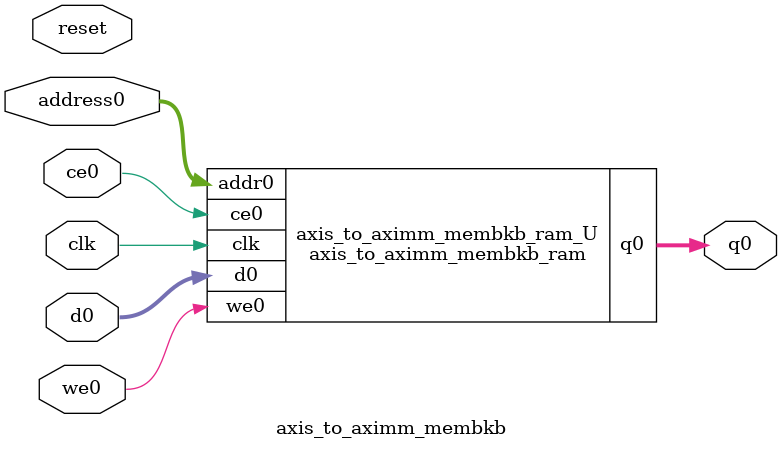
<source format=v>
`timescale 1 ns / 1 ps
module axis_to_aximm_membkb_ram (addr0, ce0, d0, we0, q0,  clk);

parameter DWIDTH = 8;
parameter AWIDTH = 10;
parameter MEM_SIZE = 640;

input[AWIDTH-1:0] addr0;
input ce0;
input[DWIDTH-1:0] d0;
input we0;
output reg[DWIDTH-1:0] q0;
input clk;

(* ram_style = "block" *)reg [DWIDTH-1:0] ram[0:MEM_SIZE-1];




always @(posedge clk)  
begin 
    if (ce0) begin
        if (we0) 
            ram[addr0] <= d0; 
        q0 <= ram[addr0];
    end
end


endmodule

`timescale 1 ns / 1 ps
module axis_to_aximm_membkb(
    reset,
    clk,
    address0,
    ce0,
    we0,
    d0,
    q0);

parameter DataWidth = 32'd8;
parameter AddressRange = 32'd640;
parameter AddressWidth = 32'd10;
input reset;
input clk;
input[AddressWidth - 1:0] address0;
input ce0;
input we0;
input[DataWidth - 1:0] d0;
output[DataWidth - 1:0] q0;



axis_to_aximm_membkb_ram axis_to_aximm_membkb_ram_U(
    .clk( clk ),
    .addr0( address0 ),
    .ce0( ce0 ),
    .we0( we0 ),
    .d0( d0 ),
    .q0( q0 ));

endmodule


</source>
